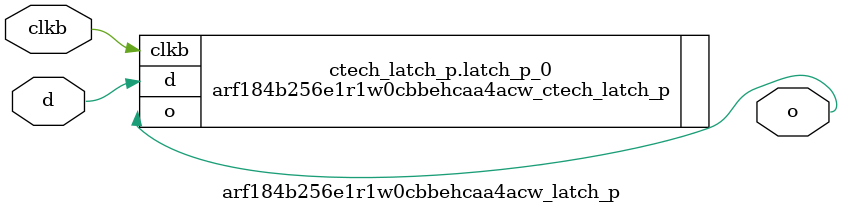
<source format=sv>

`ifndef ARF184B256E1R1W0CBBEHCAA4ACW_LATCH_P_SV
`define ARF184B256E1R1W0CBBEHCAA4ACW_LATCH_P_SV

module arf184b256e1r1w0cbbehcaa4acw_latch_p #
(
  parameter CTECH = 1
)
(
  output logic o,
  input  logic d,
  input  logic clkb
);

  if (CTECH == 1) begin: ctech_latch_p
    arf184b256e1r1w0cbbehcaa4acw_ctech_latch_p latch_p_0 (.o(o),.d(d),.clkb(clkb));
  end
  else begin
    always_latch begin
      if (~clkb) begin
        o <= d;
      end
    end
  end

endmodule // arf184b256e1r1w0cbbehcaa4acw_latch_p

`endif // ARF184B256E1R1W0CBBEHCAA4ACW_LATCH_P_SV
</source>
